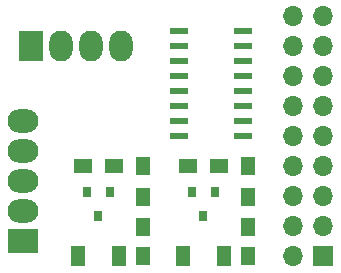
<source format=gbr>
%TF.GenerationSoftware,KiCad,Pcbnew,4.0.7*%
%TF.CreationDate,2018-08-19T23:23:26+02:00*%
%TF.ProjectId,HB-UNI-644-S4-A4,48422D554E492D3634342D53342D4134,2.0*%
%TF.FileFunction,Soldermask,Top*%
%FSLAX46Y46*%
G04 Gerber Fmt 4.6, Leading zero omitted, Abs format (unit mm)*
G04 Created by KiCad (PCBNEW 4.0.7) date 08/19/18 23:23:26*
%MOMM*%
%LPD*%
G01*
G04 APERTURE LIST*
%ADD10C,0.100000*%
%ADD11R,1.700000X1.700000*%
%ADD12O,1.700000X1.700000*%
%ADD13R,1.250000X1.500000*%
%ADD14R,1.300000X1.700000*%
%ADD15R,2.000000X2.600000*%
%ADD16O,2.000000X2.600000*%
%ADD17R,2.600000X2.000000*%
%ADD18O,2.600000X2.000000*%
%ADD19R,0.800000X0.900000*%
%ADD20R,1.300000X1.500000*%
%ADD21R,1.500000X1.300000*%
%ADD22R,1.500000X0.600000*%
G04 APERTURE END LIST*
D10*
D11*
X118110000Y-104140000D03*
D12*
X115570000Y-104140000D03*
X118110000Y-101600000D03*
X115570000Y-101600000D03*
X118110000Y-99060000D03*
X115570000Y-99060000D03*
X118110000Y-96520000D03*
X115570000Y-96520000D03*
X118110000Y-93980000D03*
X115570000Y-93980000D03*
X118110000Y-91440000D03*
X115570000Y-91440000D03*
X118110000Y-88900000D03*
X115570000Y-88900000D03*
X118110000Y-86360000D03*
X115570000Y-86360000D03*
X118110000Y-83820000D03*
X115570000Y-83820000D03*
D13*
X102870000Y-104120000D03*
X102870000Y-101620000D03*
X111760000Y-104120000D03*
X111760000Y-101620000D03*
D14*
X100810000Y-104140000D03*
X97310000Y-104140000D03*
X109700000Y-104140000D03*
X106200000Y-104140000D03*
D15*
X93345000Y-86360000D03*
D16*
X95885000Y-86360000D03*
X98425000Y-86360000D03*
X100965000Y-86360000D03*
D17*
X92710000Y-102870000D03*
D18*
X92710000Y-100330000D03*
X92710000Y-97790000D03*
X92710000Y-95250000D03*
X92710000Y-92710000D03*
D19*
X100010000Y-98695000D03*
X98110000Y-98695000D03*
X99060000Y-100695000D03*
X108900000Y-98695000D03*
X107000000Y-98695000D03*
X107950000Y-100695000D03*
D20*
X102870000Y-96440000D03*
X102870000Y-99140000D03*
X111760000Y-96440000D03*
X111760000Y-99140000D03*
D21*
X97710000Y-96520000D03*
X100410000Y-96520000D03*
X106600000Y-96520000D03*
X109300000Y-96520000D03*
D22*
X111285000Y-93980000D03*
X111285000Y-92710000D03*
X111285000Y-91440000D03*
X111285000Y-90170000D03*
X111285000Y-88900000D03*
X111285000Y-87630000D03*
X111285000Y-86360000D03*
X111285000Y-85090000D03*
X105885000Y-85090000D03*
X105885000Y-86360000D03*
X105885000Y-87630000D03*
X105885000Y-88900000D03*
X105885000Y-90170000D03*
X105885000Y-91440000D03*
X105885000Y-92710000D03*
X105885000Y-93980000D03*
M02*

</source>
